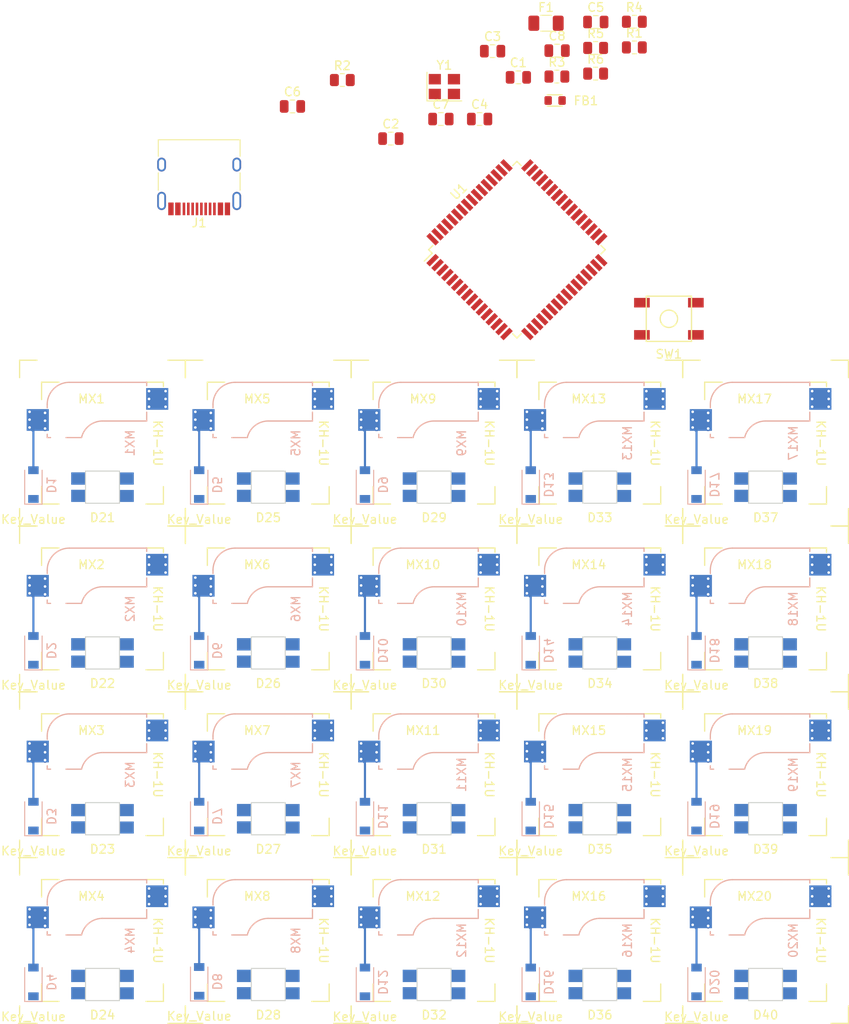
<source format=kicad_pcb>
(kicad_pcb (version 20211014) (generator pcbnew)
  (layers (0 "F.Cu" signal) (31 "B.Cu" signal) (34 "B.Paste" user) (35 "F.Paste" user) (36 "B.SilkS" user "B.Silkscreen") (37 "F.SilkS" user "F.Silkscreen") (38 "B.Mask" user) (39 "F.Mask" user) (44 "Edge.Cuts" user))
  (net 0 "")
  (net 1 "VCC")
  (net 2 "GND")
  (net 3 "+5V")
  (net 4 "Net-(C5-Pad1)")
  (net 5 "Net-(C6-Pad1)")
  (net 6 "Net-(C8-Pad1)")
  (net 7 "ROW0")
  (net 8 "Net-(D1-Pad2)")
  (net 9 "ROW1")
  (net 10 "Net-(D2-Pad2)")
  (net 11 "ROW2")
  (net 12 "Net-(D3-Pad2)")
  (net 13 "ROW3")
  (net 14 "Net-(D4-Pad2)")
  (net 15 "Net-(D5-Pad2)")
  (net 16 "Net-(D6-Pad2)")
  (net 17 "Net-(D7-Pad2)")
  (net 18 "Net-(D8-Pad2)")
  (net 19 "Net-(D9-Pad2)")
  (net 20 "Net-(D10-Pad2)")
  (net 21 "Net-(D11-Pad2)")
  (net 22 "Net-(D12-Pad2)")
  (net 23 "Net-(D13-Pad2)")
  (net 24 "Net-(D14-Pad2)")
  (net 25 "Net-(D15-Pad2)")
  (net 26 "Net-(D16-Pad2)")
  (net 27 "Net-(D17-Pad2)")
  (net 28 "Net-(D18-Pad2)")
  (net 29 "Net-(D19-Pad2)")
  (net 30 "Net-(D20-Pad2)")
  (net 31 "Net-(D21-Pad1)")
  (net 32 "DataIN")
  (net 33 "Net-(D22-Pad1)")
  (net 34 "Net-(D23-Pad1)")
  (net 35 "Net-(D24-Pad1)")
  (net 36 "Net-(D25-Pad1)")
  (net 37 "Net-(D26-Pad1)")
  (net 38 "Net-(D27-Pad1)")
  (net 39 "Net-(D28-Pad1)")
  (net 40 "Net-(D29-Pad1)")
  (net 41 "Net-(D30-Pad1)")
  (net 42 "Net-(D31-Pad1)")
  (net 43 "Net-(D32-Pad1)")
  (net 44 "Net-(D33-Pad1)")
  (net 45 "Net-(D34-Pad1)")
  (net 46 "Net-(D35-Pad1)")
  (net 47 "Net-(D36-Pad1)")
  (net 48 "DataOUT")
  (net 49 "Net-(F1-Pad1)")
  (net 50 "Net-(J1-PadA5)")
  (net 51 "D+")
  (net 52 "D-")
  (net 54 "Net-(J1-PadB5)")
  (net 56 "COL0")
  (net 57 "COL1")
  (net 58 "COL2")
  (net 59 "COL3")
  (net 60 "COL4")
  (net 61 "Net-(R3-Pad1)")
  (net 62 "Net-(R4-Pad1)")
  (net 63 "Net-(R5-Pad1)")
  (net 64 "Net-(R6-Pad2)")
  (net 113 "Net-(D22-Pad3)")
  (net 114 "Net-(D23-Pad3)")
  (net 115 "Net-(D24-Pad3)")
  (footprint "Resistor_SMD:R_0805_2012Metric" (layer "F.Cu") (at 142.08125 19.61875)
    (fp_text reference "R1")
    (fp_text value "5K1")
  )
  (footprint "random-keyboard-parts:SKQG-1155865" (layer "F.Cu") (at 146.05 50.8)
    (fp_text reference "SW1")
    (fp_text value "SW_Push")
  )
  (footprint "led:SK6812MINI_3.5x3.7mm_SMD-Flipped-Back" (layer "F.Cu") (at 80.9625 65.0875)
    (fp_text reference "D21")
    (fp_text value "SK6812MINI")
    (fp_line (start 1.95 3.21) (end 1.95 6.91) (layer "Edge.Cuts") (width 0.12))
    (fp_line (start -1.95 6.91) (end -1.95 3.21) (layer "Edge.Cuts") (width 0.12))
    (fp_line (start -1.95 3.21) (end 1.95 3.21) (layer "Edge.Cuts") (width 0.12))
    (fp_line (start 1.95 6.91) (end -1.95 6.91) (layer "Edge.Cuts") (width 0.12))
  )
  (footprint "kailh-switches-hotswap:Kailh-Hotswap-1U" (layer "F.Cu") (at 119.0625 84.1375)
    (fp_text reference "MX10")
    (fp_text value "MX-NoLED")
  )
  (footprint "Capacitor_SMD:C_0805_2012Metric" (layer "F.Cu") (at 128.75125 23.05875)
    (fp_text reference "C1")
    (fp_text value "10u")
  )
  (footprint "led:SK6812MINI_3.5x3.7mm_SMD-Flipped-Back" (layer "F.Cu") (at 157.1625 65.0875)
    (fp_text reference "D37")
    (fp_text value "SK6812MINI")
    (fp_line (start -1.95 6.91) (end -1.95 3.21) (layer "Edge.Cuts") (width 0.12))
    (fp_line (start 1.95 3.21) (end 1.95 6.91) (layer "Edge.Cuts") (width 0.12))
    (fp_line (start 1.95 6.91) (end -1.95 6.91) (layer "Edge.Cuts") (width 0.12))
    (fp_line (start -1.95 3.21) (end 1.95 3.21) (layer "Edge.Cuts") (width 0.12))
  )
  (footprint "josh-passives-smt:Ferrite_Bead_0603" (layer "F.Cu") (at 132.97625 25.71875)
    (fp_text reference "FB1")
    (fp_text value "600R" hide)
  )
  (footprint "Resistor_SMD:R_0805_2012Metric" (layer "F.Cu") (at 108.52125 23.36875)
    (fp_text reference "R2")
    (fp_text value "5K1")
  )
  (footprint "kailh-switches-hotswap:Kailh-Hotswap-1U" (layer "F.Cu") (at 157.1625 84.1375)
    (fp_text reference "MX18")
    (fp_text value "MX-NoLED")
  )
  (footprint "kailh-switches-hotswap:Kailh-Hotswap-1U" (layer "F.Cu") (at 100.0125 65.0875)
    (fp_text reference "MX5")
    (fp_text value "MX-NoLED")
  )
  (footprint "led:SK6812MINI_3.5x3.7mm_SMD-Flipped-Back" (layer "F.Cu") (at 119.0625 122.2375)
    (fp_text reference "D32")
    (fp_text value "SK6812MINI")
    (fp_line (start -1.95 6.91) (end -1.95 3.21) (layer "Edge.Cuts") (width 0.12))
    (fp_line (start 1.95 3.21) (end 1.95 6.91) (layer "Edge.Cuts") (width 0.12))
    (fp_line (start 1.95 6.91) (end -1.95 6.91) (layer "Edge.Cuts") (width 0.12))
    (fp_line (start -1.95 3.21) (end 1.95 3.21) (layer "Edge.Cuts") (width 0.12))
  )
  (footprint "led:SK6812MINI_3.5x3.7mm_SMD-Flipped-Back" (layer "F.Cu") (at 138.1125 84.1375)
    (fp_text reference "D34")
    (fp_text value "SK6812MINI")
    (fp_line (start -1.95 3.21) (end 1.95 3.21) (layer "Edge.Cuts") (width 0.12))
    (fp_line (start 1.95 3.21) (end 1.95 6.91) (layer "Edge.Cuts") (width 0.12))
    (fp_line (start -1.95 6.91) (end -1.95 3.21) (layer "Edge.Cuts") (width 0.12))
    (fp_line (start 1.95 6.91) (end -1.95 6.91) (layer "Edge.Cuts") (width 0.12))
  )
  (footprint "Crystal:Crystal_SMD_3225-4Pin_3.2x2.5mm" (layer "F.Cu") (at 120.25125 24.11875)
    (fp_text reference "Y1")
    (fp_text value "Crystal_GND24_Small")
  )
  (footprint "led:SK6812MINI_3.5x3.7mm_SMD-Flipped-Back" (layer "F.Cu") (at 80.9625 103.1875)
    (fp_text reference "D23")
    (fp_text value "SK6812MINI")
    (fp_line (start -1.95 3.21) (end 1.95 3.21) (layer "Edge.Cuts") (width 0.12))
    (fp_line (start 1.95 6.91) (end -1.95 6.91) (layer "Edge.Cuts") (width 0.12))
    (fp_line (start -1.95 6.91) (end -1.95 3.21) (layer "Edge.Cuts") (width 0.12))
    (fp_line (start 1.95 3.21) (end 1.95 6.91) (layer "Edge.Cuts") (width 0.12))
  )
  (footprint "Fuse:Fuse_1206_3216Metric" (layer "F.Cu") (at 131.93125 16.83875)
    (fp_text reference "F1")
    (fp_text value "500mA")
  )
  (footprint "led:SK6812MINI_3.5x3.7mm_SMD-Flipped-Back" (layer "F.Cu") (at 100.0125 65.0875)
    (fp_text reference "D25")
    (fp_text value "SK6812MINI")
    (fp_line (start -1.95 3.21) (end 1.95 3.21) (layer "Edge.Cuts") (width 0.12))
    (fp_line (start -1.95 6.91) (end -1.95 3.21) (layer "Edge.Cuts") (width 0.12))
    (fp_line (start 1.95 3.21) (end 1.95 6.91) (layer "Edge.Cuts") (width 0.12))
    (fp_line (start 1.95 6.91) (end -1.95 6.91) (layer "Edge.Cuts") (width 0.12))
  )
  (footprint "Capacitor_SMD:C_0805_2012Metric" (layer "F.Cu") (at 119.85125 27.84875)
    (fp_text reference "C7")
    (fp_text value "10uF")
  )
  (footprint "kailh-switches-hotswap:Kailh-Hotswap-1U" (layer "F.Cu") (at 157.1625 122.2375)
    (fp_text reference "MX20")
    (fp_text value "MX-NoLED")
  )
  (footprint "kailh-switches-hotswap:Kailh-Hotswap-1U" (layer "F.Cu") (at 80.9625 84.1375)
    (fp_text reference "MX2")
    (fp_text value "MX-NoLED")
  )
  (footprint "Capacitor_SMD:C_0805_2012Metric" (layer "F.Cu") (at 114.10125 30.09875)
    (fp_text reference "C2")
    (fp_text value "0.1uF")
  )
  (footprint "kailh-switches-hotswap:Kailh-Hotswap-1U" (layer "F.Cu") (at 100.0125 103.1875)
    (fp_text reference "MX7")
    (fp_text value "MX-NoLED")
  )
  (footprint "kailh-switches-hotswap:Kailh-Hotswap-1U" (layer "F.Cu") (at 80.9625 65.0875)
    (fp_text reference "MX1")
    (fp_text value "MX-NoLED")
  )
  (footprint "kailh-switches-hotswap:Kailh-Hotswap-1U" (layer "F.Cu") (at 80.9625 103.1875)
    (fp_text reference "MX3")
    (fp_text value "MX-NoLED")
  )
  (footprint "kailh-switches-hotswap:Kailh-Hotswap-1U" (layer "F.Cu") (at 100.0125 84.1375)
    (fp_text reference "MX6")
    (fp_text value "MX-NoLED")
  )
  (footprint "kailh-switches-hotswap:Kailh-Hotswap-1U" (layer "F.Cu") (at 157.1625 65.0875)
    (fp_text reference "MX17")
    (fp_text value "MX-NoLED")
  )
  (footprint "kailh-switches-hotswap:Kailh-Hotswap-1U" (layer "F.Cu") (at 119.0625 103.1875)
    (fp_text reference "MX11")
    (fp_text value "MX-NoLED")
  )
  (footprint "kailh-switches-hotswap:Kailh-Hotswap-1U" (layer "F.Cu") (at 119.0625 65.0875)
    (fp_text reference "MX9")
    (fp_text value "MX-NoLED")
  )
  (footprint "kailh-switches-hotswap:Kailh-Hotswap-1U" (layer "F.Cu") (at 138.1125 122.2375)
    (fp_text reference "MX16")
    (fp_text value "MX-NoLED")
  )
  (footprint "Capacitor_SMD:C_0805_2012Metric" (layer "F.Cu") (at 133.20125 19.98875)
    (fp_text reference "C8")
    (fp_text value "1uF")
  )
  (footprint "led:SK6812MINI_3.5x3.7mm_SMD-Flipped-Back" (layer "F.Cu") (at 100.0125 84.1375)
    (fp_text reference "D26")
    (fp_text value "SK6812MINI")
    (fp_line (start -1.95 3.21) (end 1.95 3.21) (layer "Edge.Cuts") (width 0.12))
    (fp_line (start 1.95 6.91) (end -1.95 6.91) (layer "Edge.Cuts") (width 0.12))
    (fp_line (start -1.95 6.91) (end -1.95 3.21) (layer "Edge.Cuts") (width 0.12))
    (fp_line (start 1.95 3.21) (end 1.95 6.91) (layer "Edge.Cuts") (width 0.12))
  )
  (footprint "Capacitor_SMD:C_0805_2012Metric" (layer "F.Cu") (at 102.79125 26.39875)
    (fp_text reference "C6")
    (fp_text value "22pF")
  )
  (footprint "Resistor_SMD:R_0805_2012Metric" (layer "F.Cu") (at 142.08125 16.66875)
    (fp_text reference "R4")
    (fp_text value "22")
  )
  (footprint "Resistor_SMD:R_0805_2012Metric" (layer "F.Cu") (at 133.18125 22.96875)
    (fp_text reference "R3")
    (fp_text value "22")
  )
  (footprint "led:SK6812MINI_3.5x3.7mm_SMD-Flipped-Back" (layer "F.Cu") (at 157.1625 84.1375)
    (fp_text reference "D38")
    (fp_text value "SK6812MINI")
    (fp_line (start 1.95 3.21) (end 1.95 6.91) (layer "Edge.Cuts") (width 0.12))
    (fp_line (start -1.95 6.91) (end -1.95 3.21) (layer "Edge.Cuts") (width 0.12))
    (fp_line (start 1.95 6.91) (end -1.95 6.91) (layer "Edge.Cuts") (width 0.12))
    (fp_line (start -1.95 3.21) (end 1.95 3.21) (layer "Edge.Cuts") (width 0.12))
  )
  (footprint "led:SK6812MINI_3.5x3.7mm_SMD-Flipped-Back" (layer "F.Cu") (at 80.9625 122.2375)
    (fp_text reference "D24")
    (fp_text value "SK6812MINI")
    (fp_line (start 1.95 6.91) (end -1.95 6.91) (layer "Edge.Cuts") (width 0.12))
    (fp_line (start -1.95 6.91) (end -1.95 3.21) (layer "Edge.Cuts") (width 0.12))
    (fp_line (start 1.95 3.21) (end 1.95 6.91) (layer "Edge.Cuts") (width 0.12))
    (fp_line (start -1.95 3.21) (end 1.95 3.21) (layer "Edge.Cuts") (width 0.12))
  )
  (footprint "led:SK6812MINI_3.5x3.7mm_SMD-Flipped-Back" (layer "F.Cu") (at 80.9625 84.1375)
    (fp_text reference "D22")
    (fp_text value "SK6812MINI")
    (fp_line (start -1.95 6.91) (end -1.95 3.21) (layer "Edge.Cuts") (width 0.12))
    (fp_line (start 1.95 3.21) (end 1.95 6.91) (layer "Edge.Cuts") (width 0.12))
    (fp_line (start 1.95 6.91) (end -1.95 6.91) (layer "Edge.Cuts") (width 0.12))
    (fp_line (start -1.95 3.21) (end 1.95 3.21) (layer "Edge.Cuts") (width 0.12))
  )
  (footprint "led:SK6812MINI_3.5x3.7mm_SMD-Flipped-Back" (layer "F.Cu") (at 138.1125 122.2375)
    (fp_text reference "D36")
    (fp_text value "SK6812MINI")
    (fp_line (start -1.95 3.21) (end 1.95 3.21) (layer "Edge.Cuts") (width 0.12))
    (fp_line (start 1.95 6.91) (end -1.95 6.91) (layer "Edge.Cuts") (width 0.12))
    (fp_line (start 1.95 3.21) (end 1.95 6.91) (layer "Edge.Cuts") (width 0.12))
    (fp_line (start -1.95 6.91) (end -1.95 3.21) (layer "Edge.Cuts") (width 0.12))
  )
  (footprint "Capacitor_SMD:C_0805_2012Metric" (layer "F.Cu") (at 137.65125 16.69875)
    (fp_text reference "C5")
    (fp_text value "22pF")
  )
  (footprint "kailh-switches-hotswap:Kailh-Hotswap-1U" (layer "F.Cu") (at 157.1625 103.1875)
    (fp_text reference "MX19")
    (fp_text value "MX-NoLED")
  )
  (footprint "Resistor_SMD:R_0805_2012Metric" (layer "F.Cu") (at 137.63125 19.67875)
    (fp_text reference "R5")
    (fp_text value "10k")
  )
  (footprint "kailh-switches-hotswap:Kailh-Hotswap-1U" (layer "F.Cu") (at 119.0625 122.2375)
    (fp_text reference "MX12")
    (fp_text value "MX-NoLED")
  )
  (footprint "led:SK6812MINI_3.5x3.7mm_SMD-Flipped-Back" (layer "F.Cu") (at 138.1125 65.0875)
    (fp_text reference "D33")
    (fp_text value "SK6812MINI")
    (fp_line (start 1.95 3.21) (end 1.95 6.91) (layer "Edge.Cuts") (width 0.12))
    (fp_line (start 1.95 6.91) (end -1.95 6.91) (layer "Edge.Cuts") (width 0.12))
    (fp_line (start -1.95 3.21) (end 1.95 3.21) (layer "Edge.Cuts") (width 0.12))
    (fp_line (start -1.95 6.91) (end -1.95 3.21) (layer "Edge.Cuts") (width 0.12))
  )
  (footprint "kailh-switches-hotswap:Kailh-Hotswap-1U" (layer "F.Cu") (at 100.0125 122.2375)
    (fp_text reference "MX8")
    (fp_text value "MX-NoLED")
  )
  (footprint "Package_QFP:TQFP-64_14x14mm_P0.8mm" (layer "F.Cu") (at 128.5875 42.8625 45)
    (fp_text reference "U1")
    (fp_text value "AT90USB1286-AU")
  )
  (footprint "led:SK6812MINI_3.5x3.7mm_SMD-Flipped-Back" (layer "F.Cu") (at 157.1625 103.1875)
    (fp_text reference "D39")
    (fp_text value "SK6812MINI")
    (fp_line (start -1.95 3.21) (end 1.95 3.21) (layer "Edge.Cuts") (width 0.12))
    (fp_line (start 1.95 6.91) (end -1.95 6.91) (layer "Edge.Cuts") (width 0.12))
    (fp_line (start -1.95 6.91) (end -1.95 3.21) (layer "Edge.Cuts") (width 0.12))
    (fp_line (start 1.95 3.21) (end 1.95 6.91) (layer "Edge.Cuts") (width 0.12))
  )
  (footprint "led:SK6812MINI_3.5x3.7mm_SMD-Flipped-Back" (layer "F.Cu") (at 119.0625 84.1375)
    (fp_text reference "D30")
    (fp_text value "SK6812MINI")
    (fp_line (start 1.95 3.21) (end 1.95 6.91) (layer "Edge.Cuts") (width 0.12))
    (fp_line (start 1.95 6.91) (end -1.95 6.91) (layer "Edge.Cuts") (width 0.12))
    (fp_line (start -1.95 6.91) (end -1.95 3.21) (layer "Edge.Cuts") (width 0.12))
    (fp_line (start -1.95 3.21) (end 1.95 3.21) (layer "Edge.Cuts") (width 0.12))
  )
  (footprint "kailh-switches-hotswap:Kailh-Hotswap-1U" (layer "F.Cu") (at 80.9625 122.2375)
    (fp_text reference "MX4")
    (fp_text value "MX-NoLED")
  )
  (footprint "led:SK6812MINI_3.5x3.7mm_SMD-Flipped-Back" (layer "F.Cu") (at 100.0125 103.1875)
    (fp_text reference "D27")
    (fp_text value "SK6812MINI")
    (fp_line (start -1.95 3.21) (end 1.95 3.21) (layer "Edge.Cuts") (width 0.12))
    (fp_line (start -1.95 6.91) (end -1.95 3.21) (layer "Edge.Cuts") (width 0.12))
    (fp_line (start 1.95 3.21) (end 1.95 6.91) (layer "Edge.Cuts") (width 0.12))
    (fp_line (start 1.95 6.91) (end -1.95 6.91) (layer "Edge.Cuts") (width 0.12))
  )
  (footprint "Capacitor_SMD:C_0805_2012Metric" (layer "F.Cu") (at 124.30125 27.84875)
    (fp_text reference "C4")
    (fp_text value "0.1uF")
  )
  (footprint "led:SK6812MINI_3.5x3.7mm_SMD-Flipped-Back" (layer "F.Cu") (at 157.1625 122.2375)
    (fp_text reference "D40")
    (fp_text value "SK6812MINI")
    (fp_line (start 1.95 3.21) (end 1.95 6.91) (layer "Edge.Cuts") (width 0.12))
    (fp_line (start -1.95 3.21) (end 1.95 3.21) (layer "Edge.Cuts") (width 0.12))
    (fp_line (start 1.95 6.91) (end -1.95 6.91) (layer "Edge.Cuts") (width 0.12))
    (fp_line (start -1.95 6.91) (end -1.95 3.21) (layer "Edge.Cuts") (width 0.12))
  )
  (footprint "kailh-switches-hotswap:Kailh-Hotswap-1U" (layer "F.Cu") (at 138.1125 84.1375)
    (fp_text reference "MX14")
    (fp_text value "MX-NoLED")
  )
  (footprint "led:SK6812MINI_3.5x3.7mm_SMD-Flipped-Back" (layer "F.Cu") (at 119.0625 65.0875)
    (fp_text reference "D29")
    (fp_text value "SK6812MINI")
    (fp_line (start 1.95 3.21) (end 1.95 6.91) (layer "Edge.Cuts") (width 0.12))
    (fp_line (start -1.95 3.21) (end 1.95 3.21) (layer "Edge.Cuts") (width 0.12))
    (fp_line (start -1.95 6.91) (end -1.95 3.21) (layer "Edge.Cuts") (width 0.12))
    (fp_line (start 1.95 6.91) (end -1.95 6.91) (layer "Edge.Cuts") (width 0.12))
  )
  (footprint "kailh-switches-hotswap:Kailh-Hotswap-1U" (layer "F.Cu") (at 138.1125 65.0875)
    (fp_text reference "MX13")
    (fp_text value "MX-NoLED")
  )
  (footprint "Resistor_SMD:R_0805_2012Metric" (layer "F.Cu") (at 137.63125 22.62875)
    (fp_text reference "R6")
    (fp_text value "10k")
  )
  (footprint "kailh-switches-hotswap:Kailh-Hotswap-1U" (layer "F.Cu") (at 138.1125 103.1875)
    (fp_text reference "MX15")
    (fp_text value "MX-NoLED")
  )
  (footprint "Capacitor_SMD:C_0805_2012Metric" (layer "F.Cu") (at 125.79125 20.04875)
    (fp_text reference "C3")
    (fp_text value "0.1uF")
  )
  (footprint "led:SK6812MINI_3.5x3.7mm_SMD-Flipped-Back" (layer "F.Cu") (at 138.1125 103.1875)
    (fp_text reference "D35")
    (fp_text value "SK6812MINI")
    (fp_line (start -1.95 6.91) (end -1.95 3.21) (layer "Edge.Cuts") (width 0.12))
    (fp_line (start 1.95 3.21) (end 1.95 6.91) (layer "Edge.Cuts") (width 0.12))
    (fp_line (start 1.95 6.91) (end -1.95 6.91) (layer "Edge.Cuts") (width 0.12))
    (fp_line (start -1.95 3.21) (end 1.95 3.21) (layer "Edge.Cuts") (width 0.12))
  )
  (footprint "led:SK6812MINI_3.5x3.7mm_SMD-Flipped-Back" (layer "F.Cu") (at 100.0125 122.2375)
    (fp_text reference "D28")
    (fp_text value "SK6812MINI")
    (fp_line (start -1.95 3.21) (end 1.95 3.21) (layer "Edge.Cuts") (width 0.12))
    (fp_line (start 1.95 6.91) (end -1.95 6.91) (layer "Edge.Cuts") (width 0.12))
    (fp_line (start -1.95 6.91) (end -1.95 3.21) (layer "Edge.Cuts") (width 0.12))
    (fp_line (start 1.95 3.21) (end 1.95 6.91) (layer "Edge.Cuts") (width 0.12))
  )
  (footprint "led:SK6812MINI_3.5x3.7mm_SMD-Flipped-Back" (layer "F.Cu") (at 119.0625 103.1875)
    (fp_text reference "D31")
    (fp_text value "SK6812MINI")
    (fp_line (start 1.95 3.21) (end 1.95 6.91) (layer "Edge.Cuts") (width 0.12))
    (fp_line (start 1.95 6.91) (end -1.95 6.91) (layer "Edge.Cuts") (width 0.12))
    (fp_line (start -1.95 3.21) (end 1.95 3.21) (layer "Edge.Cuts") (width 0.12))
    (fp_line (start -1.95 6.91) (end -1.95 3.21) (layer "Edge.Cuts") (width 0.12))
  )
  (footprint "Connector_USB:USB_C_Receptacle_HRO_TYPE-C-31-M-12" (layer "F.Cu") (at 92.075 34.13125 180)
    (fp_text reference "J1")
    (fp_text value "USB_C_Receptacle_USB2.0")
  )
  (footprint "led:D_SOD-123" (layer "B.Cu") (at 73.025 69.85 90)
    (fp_text reference "D1")
    (fp_text value "1.25V@150mA")
  )
  (footprint "led:D_SOD-123" (layer "B.Cu") (at 92.075 126.9375 90)
    (fp_text reference "D8")
    (fp_text value "1.25V@150mA")
  )
  (footprint "led:D_SOD-123" (layer "B.Cu") (at 149.225 69.85 90)
    (fp_text reference "D17")
    (fp_text value "1.25V@150mA")
  )
  (footprint "led:D_SOD-123" (layer "B.Cu") (at 130.175 127 90)
    (fp_text reference "D16")
    (fp_text value "1.25V@150mA")
  )
  (footprint "led:D_SOD-123" (layer "B.Cu") (at 92.075 107.95 90)
    (fp_text reference "D7")
    (fp_text value "1.25V@150mA")
  )
  (footprint "led:D_SOD-123" (layer "B.Cu") (at 73.025 107.95 90)
    (fp_text reference "D3")
    (fp_text value "1.25V@150mA")
  )
  (footprint "led:D_SOD-123" (layer "B.Cu") (at 111.125 127 90)
    (fp_text reference "D12")
    (fp_text value "1.25V@150mA")
  )
  (footprint "led:D_SOD-123" (layer "B.Cu") (at 92.075 69.85 90)
    (fp_text reference "D5")
    (fp_text value "1.25V@150mA")
  )
  (footprint "led:D_SOD-123" (layer "B.Cu") (at 149.225 88.9 90)
    (fp_text reference "D18")
    (fp_text value "1.25V@150mA")
  )
  (footprint "led:D_SOD-123" (layer "B.Cu") (at 73.025 88.9 90)
    (fp_text reference "D2")
    (fp_text value "1.25V@150mA")
  )
  (footprint "led:D_SOD-123" (layer "B.Cu") (at 111.125 88.9 90)
    (fp_text reference "D10")
    (fp_text value "1.25V@150mA")
  )
  (footprint "led:D_SOD-123" (layer "B.Cu") (at 111.125 107.95 90)
    (fp_text reference "D11")
    (fp_text value "1.25V@150mA")
  )
  (footprint "led:D_SOD-123" (layer "B.Cu") (at 130.175 88.9 90)
    (fp_text reference "D14")
    (fp_text value "1.25V@150mA")
  )
  (footprint "led:D_SOD-123" (layer "B.Cu") (at 92.075 88.9 90)
    (fp_text reference "D6")
    (fp_text value "1.25V@150mA")
  )
  (footprint "led:D_SOD-123" (layer "B.Cu") (at 73.025 127 90)
    (fp_text reference "D4")
    (fp_text value "1.25V@150mA")
  )
  (footprint "led:D_SOD-123" (layer "B.Cu") (at 130.175 69.85 90)
    (fp_text reference "D13")
    (fp_text value "1.25V@150mA")
  )
  (footprint "led:D_SOD-123" (layer "B.Cu") (at 111.125 69.85 90)
    (fp_text reference "D9")
    (fp_text value "1.25V@150mA")
  )
  (footprint "led:D_SOD-123" (layer "B.Cu") (at 149.225 107.95 90)
    (fp_text reference "D19")
    (fp_text value "1.25V@150mA")
  )
  (footprint "led:D_SOD-123" (layer "B.Cu") (at 149.225 127 90)
    (fp_text reference "D20")
    (fp_text value "1.25V@150mA")
  )
  (footprint "led:D_SOD-123" (layer "B.Cu") (at 130.175 107.95 90)
    (fp_text reference "D15")
    (fp_text value "1.25V@150mA")
  )
  (segment (start 74.2425 63.2925) (end 74.3625 63.4125) (width 0.25) (layer "F.Cu") (net 8))
  (segment (start 72.5825 62.3925) (end 74.2425 62.3925) (width 0.25) (layer "F.Cu") (net 8))
  (segment (start 72.5825 63.2925) (end 72.5825 61.4925) (width 0.25) (layer "F.Cu") (net 8))
  (segment (start 74.2425 62.3925) (end 74.3625 62.5125) (width 0.25) (layer "F.Cu") (net 8))
  (segment (start 74.3625 61.6125) (end 74.3625 63.4125) (width 0.25) (layer "F.Cu") (net 8))
  (segment (start 72.5825 61.4925) (end 74.2425 61.4925) (width 0.25) (layer "F.Cu") (net 8))
  (segment (start 72.5825 63.2925) (end 74.2425 63.2925) (width 0.25) (layer "F.Cu") (net 8))
  (segment (start 74.2425 61.4925) (end 74.3625 61.6125) (width 0.25) (layer "F.Cu") (net 8))
  (segment (start 73.025 63.735) (end 73.025 68.2) (width 0.25) (layer "B.Cu") (net 8))
  (segment (start 72.5825 63.2925) (end 73.025 63.735) (width 0.25) (layer "B.Cu") (net 8))
  (segment (start 72.5825 81.4425) (end 74.2425 81.4425) (width 0.25) (layer "F.Cu") (net 10))
  (segment (start 72.5825 82.3425) (end 74.2425 82.3425) (width 0.25) (layer "F.Cu") (net 10))
  (segment (start 74.2425 82.3425) (end 74.3625 82.4625) (width 0.25) (layer "F.Cu") (net 10))
  (segment (start 74.3625 80.6625) (end 74.3625 82.4625) (width 0.25) (layer "F.Cu") (net 10))
  (segment (start 72.5825 80.5425) (end 72.5825 82.3425) (width 0.25) (layer "F.Cu") (net 10))
  (segment (start 72.5825 80.5425) (end 74.2425 80.5425) (width 0.25) (layer "F.Cu") (net 10))
  (segment (start 74.2425 81.4425) (end 74.3625 81.5625) (width 0.25) (layer "F.Cu") (net 10))
  (segment (start 74.2425 80.5425) (end 74.3625 80.6625) (width 0.25) (layer "F.Cu") (net 10))
  (segment (start 73.025 87.25) (end 73.025 82.785) (width 0.25) (layer "B.Cu") (net 10))
  (segment (start 73.025 82.785) (end 72.5825 82.3425) (width 0.25) (layer "B.Cu") (net 10))
  (segment (start 72.5825 101.3925) (end 74.2425 101.3925) (width 0.25) (layer "F.Cu") (net 12))
  (segment (start 72.5825 99.5925) (end 74.2425 99.5925) (width 0.25) (layer "F.Cu") (net 12))
  (segment (start 74.2425 101.3925) (end 74.3625 101.5125) (width 0.25) (layer "F.Cu") (net 12))
  (segment (start 72.5825 100.4925) (end 74.2425 100.4925) (width 0.25) (layer "F.Cu") (net 12))
  (segment (start 74.2425 99.5925) (end 74.3625 99.7125) (width 0.25) (layer "F.Cu") (net 12))
  (segment (start 72.5825 101.3925) (end 72.5825 99.5925) (width 0.25) (layer "F.Cu") (net 12))
  (segment (start 74.2425 100.4925) (end 74.3625 100.6125) (width 0.25) (layer "F.Cu") (net 12))
  (segment (start 74.3625 99.7125) (end 74.3625 101.5125) (width 0.25) (layer "F.Cu") (net 12))
  (segment (start 73.025 101.835) (end 73.025 106.3) (width 0.25) (layer "B.Cu") (net 12))
  (segment (start 72.5825 101.3925) (end 73.025 101.835) (width 0.25) (layer "B.Cu") (net 12))
  (segment (start 72.5825 118.6425) (end 72.5825 120.4425) (width 0.25) (layer "F.Cu") (net 14))
  (segment (start 72.5825 118.6425) (end 74.2425 118.6425) (width 0.25) (layer "F.Cu") (net 14))
  (segment (start 72.5825 119.5425) (end 74.2425 119.5425) (width 0.25) (layer "F.Cu") (net 14))
  (segment (start 74.3625 120.5625) (end 74.3625 118.7625) (width 0.25) (layer "F.Cu") (net 14))
  (segment (start 74.2425 119.5425) (end 74.3625 119.6625) (width 0.25) (layer "F.Cu") (net 14))
  (segment (start 74.2425 118.6425) (end 74.3625 118.7625) (width 0.25) (layer "F.Cu") (net 14))
  (segment (start 74.2425 120.4425) (end 74.3625 120.5625) (width 0.25) (layer "F.Cu") (net 14))
  (segment (start 72.5825 120.4425) (end 74.2425 120.4425) (width 0.25) (layer "F.Cu") (net 14))
  (segment (start 73.025 125.35) (end 73.025 120.885) (width 0.25) (layer "B.Cu") (net 14))
  (segment (start 73.025 120.885) (end 72.5825 120.4425) (width 0.25) (layer "B.Cu") (net 14))
  (segment (start 93.4125 61.6125) (end 93.4125 63.4125) (width 0.25) (layer "F.Cu") (net 15))
  (segment (start 91.6325 61.4925) (end 91.6325 63.2925) (width 0.25) (layer "F.Cu") (net 15))
  (segment (start 91.6325 63.2925) (end 93.2925 63.2925) (width 0.25) (layer "F.Cu") (net 15))
  (segment (start 91.6325 62.3925) (end 93.2925 62.3925) (width 0.25) (layer "F.Cu") (net 15))
  (segment (start 93.2925 61.4925) (end 93.4125 61.6125) (width 0.25) (layer "F.Cu") (net 15))
  (segment (start 93.2925 63.2925) (end 93.4125 63.4125) (width 0.25) (layer "F.Cu") (net 15))
  (segment (start 91.6325 61.4925) (end 93.2925 61.4925) (width 0.25) (layer "F.Cu") (net 15))
  (segment (start 93.2925 62.3925) (end 93.4125 62.5125) (width 0.25) (layer "F.Cu") (net 15))
  (segment (start 92.075 63.735) (end 92.075 68.2) (width 0.25) (layer "B.Cu") (net 15))
  (segment (start 91.6325 63.2925) (end 92.075 63.735) (width 0.25) (layer "B.Cu") (net 15))
  (segment (start 93.2925 82.3425) (end 93.4125 82.4625) (width 0.25) (layer "F.Cu") (net 16))
  (segment (start 93.2925 81.4425) (end 93.4125 81.5625) (width 0.25) (layer "F.Cu") (net 16))
  (segment (start 91.6325 81.4425) (end 93.2925 81.4425) (width 0.25) (layer "F.Cu") (net 16))
  (segment (start 91.6325 80.5425) (end 93.2925 80.5425) (width 0.25) (layer "F.Cu") (net 16))
  (segment (start 91.6325 82.3425) (end 93.2925 82.3425) (width 0.25) (layer "F.Cu") (net 16))
  (segment (start 93.4125 80.6625) (end 93.4125 82.4625) (width 0.25) (layer "F.Cu") (net 16))
  (segment (start 91.6325 80.5425) (end 91.6325 82.3425) (width 0.25) (layer "F.Cu") (net 16))
  (segment (start 93.2925 80.5425) (end 93.4125 80.6625) (width 0.25) (layer "F.Cu") (net 16))
  (segment (start 92.075 82.785) (end 91.6325 82.3425) (width 0.25) (layer "B.Cu") (net 16))
  (segment (start 92.075 87.25) (end 92.075 82.785) (width 0.25) (layer "B.Cu") (net 16))
  (segment (start 91.6325 99.5925) (end 93.2925 99.5925) (width 0.25) (layer "F.Cu") (net 17))
  (segment (start 93.2925 99.5925) (end 93.4125 99.7125) (width 0.25) (layer "F.Cu") (net 17))
  (segment (start 91.6325 100.4925) (end 93.2925 100.4925) (width 0.25) (layer "F.Cu") (net 17))
  (segment (start 93.2925 100.4925) (end 93.4125 100.6125) (width 0.25) (layer "F.Cu") (net 17))
  (segment (start 91.6325 101.3925) (end 93.2925 101.3925) (width 0.25) (layer "F.Cu") (net 17))
  (segment (start 93.2925 101.3925) (end 93.4125 101.5125) (width 0.25) (layer "F.Cu") (net 17))
  (segment (start 91.6325 99.5925) (end 91.6325 101.3925) (width 0.25) (layer "F.Cu") (net 17))
  (segment (start 93.4125 99.7125) (end 93.4125 101.5125) (width 0.25) (layer "F.Cu") (net 17))
  (segment (start 92.075 101.835) (end 92.075 106.3) (width 0.25) (layer "B.Cu") (net 17))
  (segment (start 91.6325 101.3925) (end 92.075 101.835) (width 0.25) (layer "B.Cu") (net 17))
  (segment (start 91.6325 119.5425) (end 93.2925 119.5425) (width 0.25) (layer "F.Cu") (net 18))
  (segment (start 93.2925 120.4425) (end 93.4125 120.5625) (width 0.25) (layer "F.Cu") (net 18))
  (segment (start 91.6325 118.6425) (end 93.2925 118.6425) (width 0.25) (layer "F.Cu") (net 18))
  (segment (start 93.2925 119.5425) (end 93.4125 119.6625) (width 0.25) (layer "F.Cu") (net 18))
  (segment (start 93.4125 118.7625) (end 93.4125 120.5625) (width 0.25) (layer "F.Cu") (net 18))
  (segment (start 91.6325 120.4425) (end 93.2925 120.4425) (width 0.25) (layer "F.Cu") (net 18))
  (segment (start 91.6325 118.6425) (end 91.6325 120.4425) (width 0.25) (layer "F.Cu") (net 18))
  (segment (start 93.2925 118.6425) (end 93.4125 118.7625) (width 0.25) (layer "F.Cu") (net 18))
  (segment (start 92.075 120.885) (end 91.6325 120.4425) (width 0.25) (layer "B.Cu") (net 18))
  (segment (start 92.075 125.2875) (end 92.075 120.885) (width 0.25) (layer "B.Cu") (net 18))
  (segment (start 110.6825 63.2925) (end 112.3425 63.2925) (width 0.25) (layer "F.Cu") (net 19))
  (segment (start 112.3425 62.3925) (end 112.4625 62.5125) (width 0.25) (layer "F.Cu") (net 19))
  (segment (start 112.4625 61.6125) (end 112.4625 63.4125) (width 0.25) (layer "F.Cu") (net 19))
  (segment (start 110.6825 61.4925) (end 112.3425 61.4925) (width 0.25) (layer "F.Cu") (net 19))
  (segment (start 110.6825 62.3925) (end 112.3425 62.3925) (width 0.25) (layer "F.Cu") (net 19))
  (segment (start 112.3425 63.2925) (end 112.4625 63.4125) (width 0.25) (layer "F.Cu") (net 19))
  (segment (start 112.3425 61.4925) (end 112.4625 61.6125) (width 0.25) (layer "F.Cu") (net 19))
  (segment (start 110.6825 61.4925) (end 110.6825 63.2925) (width 0.25) (layer "F.Cu") (net 19))
  (segment (start 110.6825 63.2925) (end 111.125 63.735) (width 0.25) (layer "B.Cu") (net 19))
  (segment (start 111.125 63.735) (end 111.125 68.2) (width 0.25) (layer "B.Cu") (net 19))
  (segment (start 112.3425 82.3425) (end 112.4625 82.4625) (width 0.25) (layer "F.Cu") (net 20))
  (segment (start 112.3425 80.5425) (end 112.4625 80.6625) (width 0.25) (layer "F.Cu") (net 20))
  (segment (start 112.3425 81.4425) (end 112.4625 81.5625) (width 0.25) (layer "F.Cu") (net 20))
  (segment (start 110.6825 80.5425) (end 110.6825 82.3425) (width 0.25) (layer "F.Cu") (net 20))
  (segment (start 110.6825 80.5425) (end 112.3425 80.5425) (width 0.25) (layer "F.Cu") (net 20))
  (segment (start 112.4625 80.6625) (end 112.4625 82.4625) (width 0.25) (layer "F.Cu") (net 20))
  (segment (start 110.6825 81.4425) (end 112.3425 81.4425) (width 0.25) (layer "F.Cu") (net 20))
  (segment (start 110.6825 82.3425) (end 112.3425 82.3425) (width 0.25) (layer "F.Cu") (net 20))
  (segment (start 111.125 87.25) (end 111.125 82.785) (width 0.25) (layer "B.Cu") (net 20))
  (segment (start 111.125 82.785) (end 110.6825 82.3425) (width 0.25) (layer "B.Cu") (net 20))
  (segment (start 110.6825 99.5925) (end 112.3425 99.5925) (width 0.25) (layer "F.Cu") (net 21))
  (segment (start 110.6825 101.3925) (end 112.3425 101.3925) (width 0.25) (layer "F.Cu") (net 21))
  (segment (start 110.6825 100.4925) (end 112.3425 100.4925) (width 0.25) (layer "F.Cu") (net 21))
  (segment (start 110.6825 99.5925) (end 110.6825 101.3925) (width 0.25) (layer "F.Cu") (net 21))
  (segment (start 112.4625 99.7125) (end 112.4625 101.5125) (width 0.25) (layer "F.Cu") (net 21))
  (segment (start 112.3425 101.3925) (end 112.4625 101.5125) (width 0.25) (layer "F.Cu") (net 21))
  (segment (start 112.3425 99.5925) (end 112.4625 99.7125) (width 0.25) (layer "F.Cu") (net 21))
  (segment (start 112.3425 100.4925) (end 112.4625 100.6125) (width 0.25) (layer "F.Cu") (net 21))
  (segment (start 111.125 101.835) (end 110.6825 101.3925) (width 0.25) (layer "B.Cu") (net 21))
  (segment (start 111.125 106.3) (end 111.125 101.835) (width 0.25) (layer "B.Cu") (net 21))
  (segment (start 112.3425 118.6425) (end 112.4625 118.7625) (width 0.25) (layer "F.Cu") (net 22))
  (segment (start 110.6825 119.5425) (end 112.3425 119.5425) (width 0.25) (layer "F.Cu") (net 22))
  (segment (start 112.3425 120.4425) (end 112.4625 120.5625) (width 0.25) (layer "F.Cu") (net 22))
  (segment (start 112.4625 118.7625) (end 112.4625 120.5625) (width 0.25) (layer "F.Cu") (net 22))
  (segment (start 110.6825 118.6425) (end 112.3425 118.6425) (width 0.25) (layer "F.Cu") (net 22))
  (segment (start 110.6825 120.4425) (end 112.3425 120.4425) (width 0.25) (layer "F.Cu") (net 22))
  (segment (start 112.3425 119.5425) (end 112.4625 119.6625) (width 0.25) (layer "F.Cu") (net 22))
  (segment (start 110.6825 118.6425) (end 110.6825 120.4425) (width 0.25) (layer "F.Cu") (net 22))
  (segment (start 111.125 125.35) (end 111.125 120.885) (width 0.25) (layer "B.Cu") (net 22))
  (segment (start 111.125 120.885) (end 110.6825 120.4425) (width 0.25) (layer "B.Cu") (net 22))
  (segment (start 131.3925 62.3925) (end 131.5125 62.5125) (width 0.25) (layer "F.Cu") (net 23))
  (segment (start 131.3925 63.2925) (end 131.5125 63.4125) (width 0.25) (layer "F.Cu") (net 23))
  (segment (start 131.5125 61.6125) (end 131.5125 63.4125) (width 0.25) (layer "F.Cu") (net 23))
  (segment (start 129.7325 61.4925) (end 131.3925 61.4925) (width 0.25) (layer "F.Cu") (net 23))
  (segment (start 129.7325 63.2925) (end 131.3925 63.2925) (width 0.25) (layer "F.Cu") (net 23))
  (segment (start 129.7325 62.3925) (end 131.3925 62.3925) (width 0.25) (layer "F.Cu") (net 23))
  (segment (start 131.3925 61.4925) (end 131.5125 61.6125) (width 0.25) (layer "F.Cu") (net 23))
  (segment (start 129.7325 61.4925) (end 129.7325 63.2925) (width 0.25) (layer "F.Cu") (net 23))
  (segment (start 129.7325 63.2925) (end 130.175 63.735) (width 0.25) (layer "B.Cu") (net 23))
  (segment (start 130.175 63.735) (end 130.175 68.2) (width 0.25) (layer "B.Cu") (net 23))
  (segment (start 131.3925 81.4425) (end 131.5125 81.5625) (width 0.25) (layer "F.Cu") (net 24))
  (segment (start 131.5125 80.6625) (end 131.5125 82.4625) (width 0.25) (layer "F.Cu") (net 24))
  (segment (start 129.7325 80.5425) (end 129.7325 82.3425) (width 0.25) (layer "F.Cu") (net 24))
  (segment (start 129.7325 80.5425) (end 131.3925 80.5425) (width 0.25) (layer "F.Cu") (net 24))
  (segment (start 131.3925 82.3425) (end 131.5125 82.4625) (width 0.25) (layer "F.Cu") (net 24))
  (segment (start 129.7325 82.3425) (end 131.3925 82.3425) (width 0.25) (layer "F.Cu") (net 24))
  (segment (start 131.3925 80.5425) (end 131.5125 80.6625) (width 0.25) (layer "F.Cu") (net 24))
  (segment (start 129.7325 81.4425) (end 131.3925 81.4425) (width 0.25) (layer "F.Cu") (net 24))
  (segment (start 130.175 82.785) (end 129.7325 82.3425) (width 0.25) (layer "B.Cu") (net 24))
  (segment (start 130.175 87.25) (end 130.175 82.785) (width 0.25) (layer "B.Cu") (net 24))
  (segment (start 131.3925 101.3925) (end 131.5125 101.5125) (width 0.25) (layer "F.Cu") (net 25))
  (segment (start 129.7325 99.5925) (end 129.7325 101.3925) (width 0.25) (layer "F.Cu") (net 25))
  (segment (start 129.7325 101.3925) (end 131.3925 101.3925) (width 0.25) (layer "F.Cu") (net 25))
  (segment (start 131.3925 100.4925) (end 131.5125 100.6125) (width 0.25) (layer "F.Cu") (net 25))
  (segment (start 129.7325 100.4925) (end 131.3925 100.4925) (width 0.25) (layer "F.Cu") (net 25))
  (segment (start 131.3925 99.5925) (end 131.5125 99.7125) (width 0.25) (layer "F.Cu") (net 25))
  (segment (start 129.7325 99.5925) (end 131.3925 99.5925) (width 0.25) (layer "F.Cu") (net 25))
  (segment (start 131.5125 99.7125) (end 131.5125 101.5125) (width 0.25) (layer "F.Cu") (net 25))
  (segment (start 130.175 101.835) (end 129.7325 101.3925) (width 0.25) (layer "B.Cu") (net 25))
  (segment (start 130.175 106.3) (end 130.175 101.835) (width 0.25) (layer "B.Cu") (net 25))
  (segment (start 131.3925 118.6425) (end 131.5125 118.7625) (width 0.25) (layer "F.Cu") (net 26))
  (segment (start 129.7325 119.5425) (end 131.3925 119.5425) (width 0.25) (layer "F.Cu") (net 26))
  (segment (start 129.7325 118.6425) (end 129.7325 120.4425) (width 0.25) (layer "F.Cu") (net 26))
  (segment (start 131.5125 120.5625) (end 131.5125 118.7625) (width 0.25) (layer "F.Cu") (net 26))
  (segment (start 129.7325 118.6425) (end 131.3925 118.6425) (width 0.25) (layer "F.Cu") (net 26))
  (segment (start 131.3925 120.4425) (end 131.5125 120.5625) (width 0.25) (layer "F.Cu") (net 26))
  (segment (start 129.7325 120.4425) (end 131.3925 120.4425) (width 0.25) (layer "F.Cu") (net 26))
  (segment (start 131.3925 119.5425) (end 131.5125 119.6625) (width 0.25) (layer "F.Cu") (net 26))
  (segment (start 130.175 125.35) (end 130.175 120.885) (width 0.25) (layer "B.Cu") (net 26))
  (segment (start 130.175 120.885) (end 129.7325 120.4425) (width 0.25) (layer "B.Cu") (net 26))
  (segment (start 148.7825 63.2925) (end 150.4425 63.2925) (width 0.25) (layer "F.Cu") (net 27))
  (segment (start 150.4425 63.2925) (end 150.5625 63.4125) (width 0.25) (layer "F.Cu") (net 27))
  (segment (start 150.4425 61.4925) (end 150.5625 61.6125) (width 0.25) (layer "F.Cu") (net 27))
  (segment (start 150.5625 63.4125) (end 150.5625 61.6125) (width 0.25) (layer "F.Cu") (net 27))
  (segment (start 150.4425 62.3925) (end 150.5625 62.5125) (width 0.25) (layer "F.Cu") (net 27))
  (segment (start 148.7825 62.3925) (end 150.4425 62.3925) (width 0.25) (layer "F.Cu") (net 27))
  (segment (start 148.7825 61.4925) (end 150.4425 61.4925) (width 0.25) (layer "F.Cu") (net 27))
  (segment (start 148.7825 61.4925) (end 148.7825 63.2925) (width 0.25) (layer "F.Cu") (net 27))
  (segment (start 148.7825 63.2925) (end 149.225 63.735) (width 0.25) (layer "B.Cu") (net 27))
  (segment (start 149.225 63.735) (end 149.225 68.2) (width 0.25) (layer "B.Cu") (net 27))
  (segment (start 150.4425 81.4425) (end 150.5625 81.5625) (width 0.25) (layer "F.Cu") (net 28))
  (segment (start 148.7825 82.3425) (end 150.4425 82.3425) (width 0.25) (layer "F.Cu") (net 28))
  (segment (start 148.7825 80.5425) (end 150.4425 80.5425) (width 0.25) (layer "F.Cu") (net 28))
  (segment (start 148.7825 80.5425) (end 148.7825 82.3425) (width 0.25) (layer "F.Cu") (net 28))
  (segment (start 148.7825 81.4425) (end 150.4425 81.4425) (width 0.25) (layer "F.Cu") (net 28))
  (segment (start 150.4425 80.5425) (end 150.5625 80.6625) (width 0.25) (layer "F.Cu") (net 28))
  (segment (start 150.4425 82.3425) (end 150.5625 82.4625) (width 0.25) (layer "F.Cu") (net 28))
  (segment (start 150.5625 80.6625) (end 150.5625 82.4625) (width 0.25) (layer "F.Cu") (net 28))
  (segment (start 149.225 82.785) (end 148.7825 82.3425) (width 0.25) (layer "B.Cu") (net 28))
  (segment (start 149.225 87.25) (end 149.225 82.785) (width 0.25) (layer "B.Cu") (net 28))
  (segment (start 148.7825 100.4925) (end 150.4425 100.4925) (width 0.25) (layer "F.Cu") (net 29))
  (segment (start 148.7825 99.5925) (end 148.7825 101.3925) (width 0.25) (layer "F.Cu") (net 29))
  (segment (start 150.5625 99.7125) (end 150.5625 101.5125) (width 0.25) (layer "F.Cu") (net 29))
  (segment (start 150.4425 100.4925) (end 150.5625 100.6125) (width 0.25) (layer "F.Cu") (net 29))
  (segment (start 150.4425 99.5925) (end 150.5625 99.7125) (width 0.25) (layer "F.Cu") (net 29))
  (segment (start 150.4425 101.3925) (end 150.5625 101.5125) (width 0.25) (layer "F.Cu") (net 29))
  (segment (start 148.7825 101.3925) (end 150.4425 101.3925) (width 0.25) (layer "F.Cu") (net 29))
  (segment (start 148.7825 99.5925) (end 150.4425 99.5925) (width 0.25) (layer "F.Cu") (net 29))
  (segment (start 149.225 101.835) (end 148.7825 101.3925) (width 0.25) (layer "B.Cu") (net 29))
  (segment (start 149.225 106.3) (end 149.225 101.835) (width 0.25) (layer "B.Cu") (net 29))
  (segment (start 148.7825 118.6425) (end 150.4425 118.6425) (width 0.25) (layer "F.Cu") (net 30))
  (segment (start 148.7825 119.5425) (end 150.4425 119.5425) (width 0.25) (layer "F.Cu") (net 30))
  (segment (start 148.7825 120.4425) (end 150.4425 120.4425) (width 0.25) (layer "F.Cu") (net 30))
  (segment (start 150.5625 120.5625) (end 150.5625 118.7625) (width 0.25) (layer "F.Cu") (net 30))
  (segment (start 150.4425 120.4425) (end 150.5625 120.5625) (width 0.25) (layer "F.Cu") (net 30))
  (segment (start 150.4425 118.6425) (end 150.5625 118.7625) (width 0.25) (layer "F.Cu") (net 30))
  (segment (start 148.7825 118.6425) (end 148.7825 120.4425) (width 0.25) (layer "F.Cu") (net 30))
  (segment (start 150.4425 119.5425) (end 150.5625 119.6625) (width 0.25) (layer "F.Cu") (net 30))
  (segment (start 149.225 120.885) (end 148.7825 120.4425) (width 0.25) (layer "B.Cu") (net 30))
  (segment (start 149.225 125.35) (end 149.225 120.885) (width 0.25) (layer "B.Cu") (net 30))
  (segment (start 86.3125 60.9125) (end 86.3125 59.1125) (width 0.25) (layer "F.Cu") (net 56))
  (segment (start 88.2125 97.2125) (end 88.2125 99.0125) (width 0.25) (layer "F.Cu") (net 56))
  (segment (start 86.3125 117.1625) (end 88.2125 117.1625) (width 0.25) (layer "F.Cu") (net 56))
  (segment (start 86.3125 97.2125) (end 88.2125 97.2125) (width 0.25) (layer "F.Cu") (net 56))
  (segment (start 86.3125 78.1625) (end 88.2125 78.1625) (width 0.25) (layer "F.Cu") (net 56))
  (segment (start 86.3125 118.0625) (end 88.2125 118.0625) (width 0.25) (layer "F.Cu") (net 56))
  (segment (start 86.3125 116.2625) (end 88.2125 116.2625) (width 0.25) (layer "F.Cu") (net 56))
  (segment (start 86.3125 59.1125) (end 88.2125 59.1125) (width 0.25) (layer "F.Cu") (net 56))
  (segment (start 86.3125 98.1125) (end 88.2125 98.1125) (width 0.25) (layer "F.Cu") (net 56))
  (segment (start 88.2125 78.1625) (end 88.2125 79.9625) (width 0.25) (layer "F.Cu") (net 56))
  (segment (start 86.3125 99.0125) (end 88.2125 99.0125) (width 0.25) (layer "F.Cu") (net 56))
  (segment (start 86.3125 60.0125) (end 88.2125 60.0125) (width 0.25) (layer "F.Cu") (net 56))
  (segment (start 86.3125 79.9625) (end 88.2125 79.9625) (width 0.25) (layer "F.Cu") (net 56))
  (segment (start 86.3125 78.1625) (end 86.3125 79.9625) (width 0.25) (layer "F.Cu") (net 56))
  (segment (start 88.2125 59.1125) (end 88.2125 60.9125) (width 0.25) (layer "F.Cu") (net 56))
  (segment (start 86.3125 60.9125) (end 88.2125 60.9125) (width 0.25) (layer "F.Cu") (net 56))
  (segment (start 86.3125 116.2625) (end 86.3125 118.0625) (width 0.25) (layer "F.Cu") (net 56))
  (segment (start 86.3125 79.0625) (end 88.2125 79.0625) (width 0.25) (layer "F.Cu") (net 56))
  (segment (start 86.3125 99.0125) (end 86.3125 97.2125) (width 0.25) (layer "F.Cu") (net 56))
  (segment (start 88.2125 116.2625) (end 88.2125 118.0625) (width 0.25) (layer "F.Cu") (net 56))
  (segment (start 105.3625 118.0625) (end 107.2625 118.0625) (width 0.25) (layer "F.Cu") (net 57))
  (segment (start 105.3625 79.9625) (end 105.3625 78.1625) (width 0.25) (layer "F.Cu") (net 57))
  (segment (start 105.3625 60.0125) (end 107.2625 60.0125) (width 0.25) (layer "F.Cu") (net 57))
  (segment (start 107.2625 59.1125) (end 107.2625 60.9125) (width 0.25) (layer "F.Cu") (net 57))
  (segment (start 105.3625 60.9125) (end 107.2625 60.9125) (width 0.25) (layer "F.Cu") (net 57))
  (segment (start 105.3625 97.2125) (end 107.2625 97.2125) (width 0.25) (layer "F.Cu") (net 57))
  (segment (start 105.3625 116.2625) (end 105.3625 118.0625) (width 0.25) (layer "F.Cu") (net 57))
  (segment (start 105.3625 59.1125) (end 107.2625 59.1125) (width 0.25) (layer "F.Cu") (net 57))
  (segment (start 107.2625 116.2625) (end 107.2625 118.0625) (width 0.25) (layer "F.Cu") (net 57))
  (segment (start 107.2625 78.1625) (end 107.2625 79.9625) (width 0.25) (layer "F.Cu") (net 57))
  (segment (start 105.3625 99.0125) (end 107.2625 99.0125) (width 0.25) (layer "F.Cu") (net 57))
  (segment (start 105.3625 78.1625) (end 107.2625 78.1625) (width 0.25) (layer "F.Cu") (net 57))
  (segment (start 105.3625 79.0625) (end 107.2625 79.0625) (width 0.25) (layer "F.Cu") (net 57))
  (segment (start 105.3625 59.1125) (end 105.3625 60.9125) (width 0.25) (layer "F.Cu") (net 57))
  (segment (start 105.3625 79.9625) (end 107.2625 79.9625) (width 0.25) (layer "F.Cu") (net 57))
  (segment (start 107.2625 97.2125) (end 107.2625 99.0125) (width 0.25) (layer "F.Cu") (net 57))
  (segment (start 105.3625 116.2625) (end 107.2625 116.2625) (width 0.25) (layer "F.Cu") (net 57))
  (segment (start 105.3625 117.1625) (end 107.2625 117.1625) (width 0.25) (layer "F.Cu") (net 57))
  (segment (start 105.3625 97.2125) (end 105.3625 99.0125) (width 0.25) (layer "F.Cu") (net 57))
  (segment (start 107.2625 98.1125) (end 105.3625 98.1125) (width 0.25) (layer "F.Cu") (net 57))
  (segment (start 124.4125 79.9625) (end 126.3125 79.9625) (width 0.25) (layer "F.Cu") (net 58))
  (segment (start 124.4125 78.1625) (end 126.3125 78.1625) (width 0.25) (layer "F.Cu") (net 58))
  (segment (start 124.4125 97.2125) (end 124.4125 99.0125) (width 0.25) (layer "F.Cu") (net 58))
  (segment (start 124.4125 59.1125) (end 126.3125 59.1125) (width 0.25) (layer "F.Cu") (net 58))
  (segment (start 124.4125 97.2125) (end 126.3125 97.2125) (width 0.25) (layer "F.Cu") (net 58))
  (segment (start 126.3125 117.1625) (end 124.4125 117.1625) (width 0.25) (layer "F.Cu") (net 58))
  (segment (start 126.3125 78.1625) (end 126.3125 79.9625) (width 0.25) (layer "F.Cu") (net 58))
  (segment (start 124.4125 116.2625) (end 126.3125 116.2625) (width 0.25) (layer "F.Cu") (net 58))
  (segment (start 124.4125 99.0125) (end 126.3125 99.0125) (width 0.25) (layer "F.Cu") (net 58))
  (segment (start 124.4125 60.9125) (end 126.3125 60.9125) (width 0.25) (layer "F.Cu") (net 58))
  (segment (start 126.3125 118.0625) (end 126.3125 116.2625) (width 0.25) (layer "F.Cu") (net 58))
  (segment (start 124.4125 79.0625) (end 126.3125 79.0625) (width 0.25) (layer "F.Cu") (net 58))
  (segment (start 126.3125 97.2125) (end 126.3125 99.0125) (width 0.25) (layer "F.Cu") (net 58))
  (segment (start 126.3125 59.1125) (end 126.3125 60.9125) (width 0.25) (layer "F.Cu") (net 58))
  (segment (start 124.4125 79.9625) (end 124.4125 78.1625) (width 0.25) (layer "F.Cu") (net 58))
  (segment (start 124.4125 60.9125) (end 124.4125 59.1125) (width 0.25) (layer "F.Cu") (net 58))
  (segment (start 124.4125 118.0625) (end 126.3125 118.0625) (width 0.25) (layer "F.Cu") (net 58))
  (segment (start 124.4125 118.0625) (end 124.4125 116.2625) (width 0.25) (layer "F.Cu") (net 58))
  (segment (start 124.4125 60.0125) (end 126.3125 60.0125) (width 0.25) (layer "F.Cu") (net 58))
  (segment (start 124.4125 98.1125) (end 126.3125 98.1125) (width 0.25) (layer "F.Cu") (net 58))
  (segment (start 143.4625 59.1125) (end 145.3625 59.1125) (width 0.25) (layer "F.Cu") (net 59))
  (segment (start 145.3625 98.1125) (end 143.4625 98.1125) (width 0.25) (layer "F.Cu") (net 59))
  (segment (start 143.4625 97.2125) (end 145.3625 97.2125) (width 0.25) (layer "F.Cu") (net 59))
  (segment (start 143.4625 97.2125) (end 143.4625 99.0125) (width 0.25) (layer "F.Cu") (net 59))
  (segment (start 143.4625 78.1625) (end 145.3625 78.1625) (width 0.25) (layer "F.Cu") (net 59))
  (segment (start 145.3625 116.2625) (end 145.3625 118.0625) (width 0.25) (layer "F.Cu") (net 59))
  (segment (start 143.4625 60.0125) (end 145.3625 60.0125) (width 0.25) (layer "F.Cu") (net 59))
  (segment (start 143.4625 59.1125) (end 143.4625 60.9125) (width 0.25) (layer "F.Cu") (net 59))
  (segment (start 143.4625 118.0625) (end 145.3625 118.0625) (width 0.25) (layer "F.Cu") (net 59))
  (segment (start 143.4625 99.0125) (end 145.3625 99.0125) (width 0.25) (layer "F.Cu") (net 59))
  (segment (start 143.4625 79.0625) (end 145.3625 79.0625) (width 0.25) (layer "F.Cu") (net 59))
  (segment (start 145.3625 97.2125) (end 145.3625 99.0125) (width 0.25) (layer "F.Cu") (net 59))
  (segment (start 143.4625 116.2625) (end 145.3625 116.2625) (width 0.25) (layer "F.Cu") (net 59))
  (segment (start 143.4625 78.1625) (end 143.4625 79.9625) (width 0.25) (layer "F.Cu") (net 59))
  (segment (start 145.3625 78.1625) (end 145.3625 79.9625) (width 0.25) (layer "F.Cu") (net 59))
  (segment (start 145.3625 117.1625) (end 143.4625 117.1625) (width 0.25) (layer "F.Cu") (net 59))
  (segment (start 143.4625 118.0625) (end 143.4625 116.2625) (width 0.25) (layer "F.Cu") (net 59))
  (segment (start 143.4625 60.9125) (end 145.3625 60.9125) (width 0.25) (layer "F.Cu") (net 59))
  (segment (start 143.4625 79.9625) (end 145.3625 79.9625) (width 0.25) (layer "F.Cu") (net 59))
  (segment (start 164.4125 97.2125) (end 164.4125 99.0125) (width 0.25) (layer "F.Cu") (net 60))
  (segment (start 164.4125 116.2625) (end 164.4125 118.0625) (width 0.25) (layer "F.Cu") (net 60))
  (segment (start 162.5125 116.2625) (end 162.5125 118.0625) (width 0.25) (layer "F.Cu") (net 60))
  (segment (start 162.5125 79.0625) (end 164.4125 79.0625) (width 0.25) (layer "F.Cu") (net 60))
  (segment (start 164.4125 59.1125) (end 164.4125 60.9125) (width 0.25) (layer "F.Cu") (net 60))
  (segment (start 162.5125 116.2625) (end 164.4125 116.2625) (width 0.25) (layer "F.Cu") (net 60))
  (segment (start 162.5125 118.0625) (end 164.4125 118.0625) (width 0.25) (layer "F.Cu") (net 60))
  (segment (start 162.5125 60.0125) (end 164.4125 60.0125) (width 0.25) (layer "F.Cu") (net 60))
  (segment (start 162.5125 78.1625) (end 162.5125 79.9625) (width 0.25) (layer "F.Cu") (net 60))
  (segment (start 162.5125 59.1125) (end 164.4125 59.1125) (width 0.25) (layer "F.Cu") (net 60))
  (segment (start 162.5125 60.9125) (end 164.4125 60.9125) (width 0.25) (layer "F.Cu") (net 60))
  (segment (start 162.5125 97.2125) (end 164.4125 97.2125) (width 0.25) (layer "F.Cu") (net 60))
  (segment (start 162.5125 79.9625) (end 164.4125 79.9625) (width 0.25) (layer "F.Cu") (net 60))
  (segment (start 162.5125 97.2125) (end 162.5125 99.0125) (width 0.25) (layer "F.Cu") (net 60))
  (segment (start 162.5125 78.1625) (end 164.4125 78.1625) (width 0.25) (layer "F.Cu") (net 60))
  (segment (start 164.4125 78.1625) (end 164.4125 79.9625) (width 0.25) (layer "F.Cu") (net 60))
  (segment (start 164.4125 117.1625) (end 162.5125 117.1625) (width 0.25) (layer "F.Cu") (net 60))
  (segment (start 162.5125 99.0125) (end 164.4125 99.0125) (width 0.25) (layer "F.Cu") (net 60))
  (segment (start 162.5125 59.1125) (end 162.5125 60.9125) (width 0.25) (layer "F.Cu") (net 60))
  (segment (start 162.5125 98.1125) (end 164.4125 98.1125) (width 0.25) (layer "F.Cu") (net 60))
)
</source>
